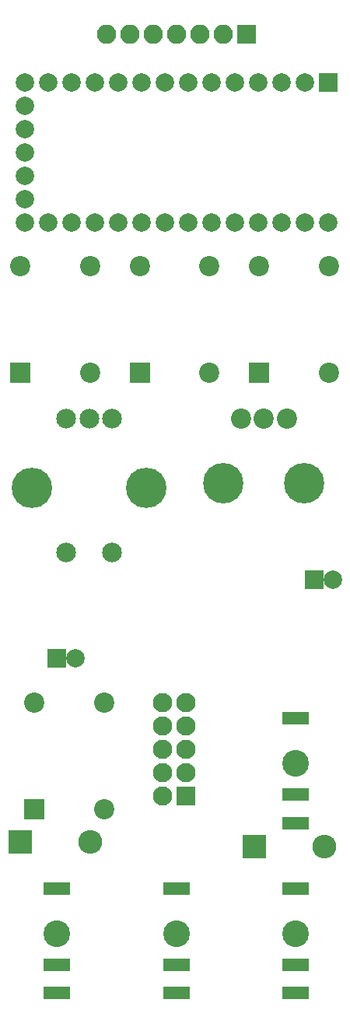
<source format=gbr>
G04 #@! TF.FileFunction,Soldermask,Bot*
%FSLAX46Y46*%
G04 Gerber Fmt 4.6, Leading zero omitted, Abs format (unit mm)*
G04 Created by KiCad (PCBNEW 4.0.7) date 11/03/18 15:49:09*
%MOMM*%
%LPD*%
G01*
G04 APERTURE LIST*
%ADD10C,0.100000*%
%ADD11R,2.100000X2.100000*%
%ADD12C,2.100000*%
%ADD13C,2.200000*%
%ADD14R,2.200000X2.200000*%
%ADD15O,2.100000X2.100000*%
%ADD16C,2.150000*%
%ADD17O,4.400000X4.400000*%
%ADD18C,2.000000*%
%ADD19R,2.000000X2.000000*%
%ADD20C,4.400000*%
%ADD21R,2.600000X2.600000*%
%ADD22O,2.600000X2.600000*%
%ADD23R,2.900000X1.400000*%
%ADD24C,2.900000*%
G04 APERTURE END LIST*
D10*
D11*
X124000000Y-135000000D03*
D12*
X121460000Y-135000000D03*
X124000000Y-132460000D03*
X121460000Y-132460000D03*
X124000000Y-129920000D03*
X121460000Y-129920000D03*
X124000000Y-127380000D03*
X121460000Y-127380000D03*
X124000000Y-124840000D03*
X121460000Y-124840000D03*
D13*
X115100000Y-136500000D03*
X115100000Y-124900000D03*
D14*
X107500000Y-136500000D03*
D13*
X107500000Y-124900000D03*
D11*
X130620000Y-52120000D03*
D15*
X128080000Y-52120000D03*
X125540000Y-52120000D03*
X123000000Y-52120000D03*
X120460000Y-52120000D03*
X117920000Y-52120000D03*
X115380000Y-52120000D03*
D13*
X126600000Y-89000000D03*
X126600000Y-77400000D03*
D14*
X119000000Y-89000000D03*
D13*
X119000000Y-77400000D03*
X113600000Y-89000000D03*
X113600000Y-77400000D03*
D14*
X106000000Y-89000000D03*
D13*
X106000000Y-77400000D03*
X139600000Y-89000000D03*
X139600000Y-77400000D03*
D14*
X132000000Y-89000000D03*
D13*
X132000000Y-77400000D03*
D16*
X111000000Y-94000000D03*
X116000000Y-94000000D03*
X113500000Y-94000000D03*
X116000000Y-108500000D03*
X111000000Y-108500000D03*
D17*
X119700000Y-101500000D03*
X107300000Y-101500000D03*
D18*
X106490000Y-65000000D03*
X106490000Y-67540000D03*
X106490000Y-70080000D03*
X106490000Y-72620000D03*
X106490000Y-62460000D03*
X106490000Y-59920000D03*
X106490000Y-57380000D03*
X109030000Y-72620000D03*
X111570000Y-72620000D03*
X114110000Y-72620000D03*
X116650000Y-72620000D03*
X119190000Y-72620000D03*
X121730000Y-72620000D03*
X124270000Y-72620000D03*
X126810000Y-72620000D03*
X129350000Y-72620000D03*
X131890000Y-72620000D03*
X134430000Y-72620000D03*
X136970000Y-72620000D03*
X139510000Y-72620000D03*
X109030000Y-57380000D03*
X111570000Y-57380000D03*
X114110000Y-57380000D03*
X116650000Y-57380000D03*
X119190000Y-57380000D03*
X121730000Y-57380000D03*
X124270000Y-57380000D03*
X126810000Y-57380000D03*
X129350000Y-57380000D03*
X131890000Y-57380000D03*
X134430000Y-57380000D03*
X136970000Y-57380000D03*
D19*
X139510000Y-57380000D03*
D13*
X130000000Y-94000000D03*
X132500000Y-94000000D03*
X135000000Y-94000000D03*
D20*
X128100000Y-101000000D03*
X136900000Y-101000000D03*
D21*
X131500000Y-140500000D03*
D22*
X139120000Y-140500000D03*
D21*
X106000000Y-140000000D03*
D22*
X113620000Y-140000000D03*
D19*
X138000000Y-111500000D03*
D18*
X140000000Y-111500000D03*
D19*
X110000000Y-120000000D03*
D18*
X112000000Y-120000000D03*
D23*
X123000000Y-145080000D03*
X123000000Y-153380000D03*
X123000000Y-156480000D03*
D24*
X123000000Y-150000000D03*
D23*
X136000000Y-145080000D03*
X136000000Y-153380000D03*
X136000000Y-156480000D03*
D24*
X136000000Y-150000000D03*
D23*
X136000000Y-126580000D03*
X136000000Y-134880000D03*
X136000000Y-137980000D03*
D24*
X136000000Y-131500000D03*
D23*
X110000000Y-145080000D03*
X110000000Y-153380000D03*
X110000000Y-156480000D03*
D24*
X110000000Y-150000000D03*
M02*

</source>
